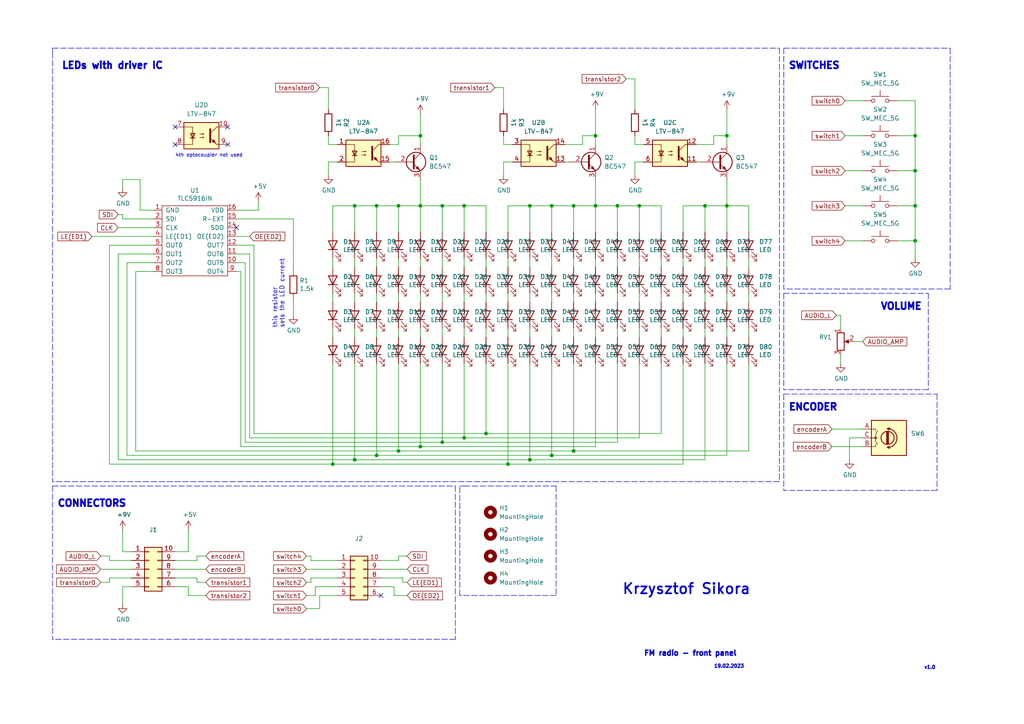
<source format=kicad_sch>
(kicad_sch (version 20211123) (generator eeschema)
  (paper "A4")
  (junction (at 147.32 134.62))
  (junction (at 166.37 59.69))
  (junction (at 96.52 134.62))
  (junction (at 265.43 49.53))
  (junction (at 210.82 39.37))
  (junction (at 109.22 59.69))
  (junction (at 109.22 132.08))
  (junction (at 160.02 59.69))
  (junction (at 121.92 129.54))
  (junction (at 115.57 130.81))
  (junction (at 134.62 59.69))
  (junction (at 210.82 59.69))
  (junction (at 115.57 59.69))
  (junction (at 153.67 133.35))
  (junction (at 160.02 132.08))
  (junction (at 172.72 59.69))
  (junction (at 128.27 59.69))
  (junction (at 179.07 59.69))
  (junction (at 128.27 128.27))
  (junction (at 172.72 39.37))
  (junction (at 265.43 59.69))
  (junction (at 102.87 59.69))
  (junction (at 166.37 130.81))
  (junction (at 204.47 59.69))
  (junction (at 265.43 39.37))
  (junction (at 265.43 69.85))
  (junction (at 153.67 59.69))
  (junction (at 140.97 125.73))
  (junction (at 121.92 59.69))
  (junction (at 102.87 133.35))
  (junction (at 121.92 39.37))
  (junction (at 185.42 59.69))
  (junction (at 134.62 127))
  (no_connect (at 50.8 36.83))
  (no_connect (at 66.04 36.83))
  (no_connect (at 50.8 41.91))
  (no_connect (at 66.04 41.91))
  (no_connect (at 110.49 172.72))
  (no_connect (at 68.58 66.04))
  (wire (pts (xy 181.61 22.86) (xy 184.15 22.86)))
  (polyline (pts (xy 133.35 140.97) (xy 134.62 140.97)))
  (wire (pts (xy 31.75 167.64) (xy 38.1 167.64)))
  (wire (pts (xy 92.71 172.72) (xy 97.79 172.72)))
  (wire (pts (xy 31.75 168.91) (xy 31.75 167.64)))
  (wire (pts (xy 57.15 168.91) (xy 57.15 167.64)))
  (wire (pts (xy 102.87 133.35) (xy 153.67 133.35)))
  (wire (pts (xy 198.12 59.69) (xy 204.47 59.69)))
  (wire (pts (xy 69.85 78.74) (xy 69.85 129.54)))
  (wire (pts (xy 96.52 95.25) (xy 96.52 97.79)))
  (wire (pts (xy 245.11 69.85) (xy 250.19 69.85)))
  (wire (pts (xy 44.45 71.12) (xy 31.75 71.12)))
  (wire (pts (xy 184.15 41.91) (xy 186.69 41.91)))
  (wire (pts (xy 73.66 125.73) (xy 140.97 125.73)))
  (wire (pts (xy 29.21 161.29) (xy 31.75 161.29)))
  (wire (pts (xy 35.56 63.5) (xy 44.45 63.5)))
  (wire (pts (xy 102.87 59.69) (xy 109.22 59.69)))
  (polyline (pts (xy 227.33 13.97) (xy 275.59 13.97)))
  (wire (pts (xy 95.25 46.99) (xy 95.25 50.8)))
  (wire (pts (xy 50.8 170.18) (xy 54.61 170.18)))
  (wire (pts (xy 88.9 176.53) (xy 92.71 176.53)))
  (wire (pts (xy 114.3 172.72) (xy 114.3 170.18)))
  (wire (pts (xy 147.32 59.69) (xy 147.32 67.31)))
  (wire (pts (xy 163.83 41.91) (xy 168.91 41.91)))
  (wire (pts (xy 50.8 165.1) (xy 59.69 165.1)))
  (wire (pts (xy 73.66 71.12) (xy 73.66 125.73)))
  (wire (pts (xy 166.37 67.31) (xy 166.37 59.69)))
  (polyline (pts (xy 132.08 185.42) (xy 15.24 185.42)))
  (wire (pts (xy 134.62 59.69) (xy 140.97 59.69)))
  (wire (pts (xy 115.57 130.81) (xy 166.37 130.81)))
  (polyline (pts (xy 226.06 13.97) (xy 226.06 139.7)))
  (wire (pts (xy 31.75 134.62) (xy 96.52 134.62)))
  (wire (pts (xy 96.52 59.69) (xy 102.87 59.69)))
  (polyline (pts (xy 15.24 13.97) (xy 226.06 13.97)))
  (wire (pts (xy 102.87 85.09) (xy 102.87 87.63)))
  (wire (pts (xy 210.82 39.37) (xy 210.82 41.91)))
  (wire (pts (xy 116.84 167.64) (xy 110.49 167.64)))
  (wire (pts (xy 121.92 129.54) (xy 172.72 129.54)))
  (wire (pts (xy 110.49 162.56) (xy 115.57 162.56)))
  (polyline (pts (xy 269.24 113.03) (xy 227.33 113.03)))
  (wire (pts (xy 115.57 85.09) (xy 115.57 87.63)))
  (wire (pts (xy 118.11 168.91) (xy 116.84 168.91)))
  (wire (pts (xy 143.51 25.4) (xy 146.05 25.4)))
  (wire (pts (xy 121.92 95.25) (xy 121.92 97.79)))
  (polyline (pts (xy 269.24 85.09) (xy 269.24 113.03)))
  (wire (pts (xy 148.59 46.99) (xy 146.05 46.99)))
  (wire (pts (xy 243.84 102.87) (xy 243.84 105.41)))
  (wire (pts (xy 207.01 39.37) (xy 210.82 39.37)))
  (wire (pts (xy 217.17 105.41) (xy 217.17 130.81)))
  (wire (pts (xy 204.47 95.25) (xy 204.47 97.79)))
  (wire (pts (xy 245.11 49.53) (xy 250.19 49.53)))
  (wire (pts (xy 44.45 76.2) (xy 36.83 76.2)))
  (wire (pts (xy 57.15 167.64) (xy 50.8 167.64)))
  (wire (pts (xy 160.02 95.25) (xy 160.02 97.79)))
  (wire (pts (xy 260.35 59.69) (xy 265.43 59.69)))
  (wire (pts (xy 90.17 161.29) (xy 88.9 161.29)))
  (polyline (pts (xy 227.33 85.09) (xy 227.33 113.03)))
  (wire (pts (xy 96.52 74.93) (xy 96.52 77.47)))
  (wire (pts (xy 96.52 85.09) (xy 96.52 87.63)))
  (polyline (pts (xy 227.33 13.97) (xy 227.33 83.82)))
  (wire (pts (xy 134.62 85.09) (xy 134.62 87.63)))
  (wire (pts (xy 210.82 67.31) (xy 210.82 59.69)))
  (wire (pts (xy 115.57 161.29) (xy 118.11 161.29)))
  (wire (pts (xy 207.01 41.91) (xy 207.01 39.37)))
  (wire (pts (xy 36.83 132.08) (xy 109.22 132.08)))
  (wire (pts (xy 74.93 58.42) (xy 74.93 60.96)))
  (wire (pts (xy 153.67 74.93) (xy 153.67 77.47)))
  (wire (pts (xy 44.45 66.04) (xy 34.29 66.04)))
  (wire (pts (xy 168.91 39.37) (xy 172.72 39.37)))
  (wire (pts (xy 184.15 39.37) (xy 184.15 41.91)))
  (wire (pts (xy 115.57 95.25) (xy 115.57 97.79)))
  (polyline (pts (xy 226.06 139.7) (xy 15.24 139.7)))
  (wire (pts (xy 146.05 46.99) (xy 146.05 50.8)))
  (polyline (pts (xy 227.33 85.09) (xy 269.24 85.09)))
  (wire (pts (xy 121.92 85.09) (xy 121.92 87.63)))
  (wire (pts (xy 204.47 67.31) (xy 204.47 59.69)))
  (wire (pts (xy 172.72 59.69) (xy 179.07 59.69)))
  (polyline (pts (xy 15.24 15.24) (xy 15.24 139.7)))
  (wire (pts (xy 185.42 59.69) (xy 191.77 59.69)))
  (wire (pts (xy 35.56 170.18) (xy 35.56 175.26)))
  (wire (pts (xy 38.1 162.56) (xy 31.75 162.56)))
  (wire (pts (xy 118.11 172.72) (xy 114.3 172.72)))
  (polyline (pts (xy 15.24 13.97) (xy 15.24 15.24)))
  (wire (pts (xy 184.15 46.99) (xy 184.15 50.8)))
  (wire (pts (xy 115.57 130.81) (xy 115.57 105.41)))
  (wire (pts (xy 134.62 127) (xy 134.62 105.41)))
  (wire (pts (xy 95.25 25.4) (xy 95.25 31.75)))
  (wire (pts (xy 72.39 73.66) (xy 72.39 127)))
  (wire (pts (xy 68.58 73.66) (xy 72.39 73.66)))
  (wire (pts (xy 38.1 170.18) (xy 35.56 170.18)))
  (wire (pts (xy 109.22 59.69) (xy 109.22 67.31)))
  (wire (pts (xy 245.11 29.21) (xy 250.19 29.21)))
  (polyline (pts (xy 134.62 140.97) (xy 161.29 140.97)))
  (wire (pts (xy 68.58 78.74) (xy 69.85 78.74)))
  (wire (pts (xy 39.37 78.74) (xy 39.37 130.81)))
  (wire (pts (xy 179.07 128.27) (xy 179.07 105.41)))
  (wire (pts (xy 140.97 125.73) (xy 140.97 105.41)))
  (wire (pts (xy 191.77 95.25) (xy 191.77 97.79)))
  (wire (pts (xy 29.21 165.1) (xy 38.1 165.1)))
  (wire (pts (xy 57.15 161.29) (xy 59.69 161.29)))
  (wire (pts (xy 50.8 162.56) (xy 57.15 162.56)))
  (wire (pts (xy 88.9 168.91) (xy 90.17 168.91)))
  (polyline (pts (xy 271.78 142.24) (xy 227.33 142.24)))
  (wire (pts (xy 54.61 160.02) (xy 54.61 153.67)))
  (wire (pts (xy 186.69 46.99) (xy 184.15 46.99)))
  (wire (pts (xy 179.07 59.69) (xy 179.07 67.31)))
  (wire (pts (xy 147.32 85.09) (xy 147.32 87.63)))
  (wire (pts (xy 260.35 29.21) (xy 265.43 29.21)))
  (wire (pts (xy 146.05 25.4) (xy 146.05 31.75)))
  (wire (pts (xy 265.43 69.85) (xy 265.43 74.93)))
  (wire (pts (xy 71.12 76.2) (xy 71.12 128.27)))
  (wire (pts (xy 35.56 62.23) (xy 35.56 63.5)))
  (polyline (pts (xy 15.24 140.97) (xy 132.08 140.97)))
  (wire (pts (xy 109.22 132.08) (xy 160.02 132.08)))
  (wire (pts (xy 57.15 162.56) (xy 57.15 161.29)))
  (wire (pts (xy 153.67 59.69) (xy 160.02 59.69)))
  (wire (pts (xy 265.43 49.53) (xy 265.43 59.69)))
  (wire (pts (xy 204.47 74.93) (xy 204.47 77.47)))
  (wire (pts (xy 95.25 41.91) (xy 97.79 41.91)))
  (wire (pts (xy 97.79 170.18) (xy 91.44 170.18)))
  (wire (pts (xy 172.72 129.54) (xy 172.72 105.41)))
  (wire (pts (xy 198.12 134.62) (xy 147.32 134.62)))
  (wire (pts (xy 184.15 22.86) (xy 184.15 31.75)))
  (wire (pts (xy 128.27 85.09) (xy 128.27 87.63)))
  (wire (pts (xy 109.22 95.25) (xy 109.22 97.79)))
  (wire (pts (xy 96.52 134.62) (xy 96.52 105.41)))
  (wire (pts (xy 96.52 134.62) (xy 147.32 134.62)))
  (wire (pts (xy 260.35 69.85) (xy 265.43 69.85)))
  (wire (pts (xy 109.22 132.08) (xy 109.22 105.41)))
  (wire (pts (xy 113.03 41.91) (xy 115.57 41.91)))
  (wire (pts (xy 153.67 85.09) (xy 153.67 87.63)))
  (wire (pts (xy 147.32 95.25) (xy 147.32 97.79)))
  (wire (pts (xy 201.93 46.99) (xy 203.2 46.99)))
  (wire (pts (xy 191.77 67.31) (xy 191.77 59.69)))
  (wire (pts (xy 109.22 74.93) (xy 109.22 77.47)))
  (wire (pts (xy 134.62 74.93) (xy 134.62 77.47)))
  (wire (pts (xy 201.93 41.91) (xy 207.01 41.91)))
  (wire (pts (xy 246.38 127) (xy 246.38 133.35)))
  (wire (pts (xy 241.3 124.46) (xy 250.19 124.46)))
  (wire (pts (xy 35.56 54.61) (xy 35.56 52.07)))
  (wire (pts (xy 153.67 95.25) (xy 153.67 97.79)))
  (wire (pts (xy 121.92 74.93) (xy 121.92 77.47)))
  (wire (pts (xy 97.79 46.99) (xy 95.25 46.99)))
  (wire (pts (xy 191.77 74.93) (xy 191.77 77.47)))
  (wire (pts (xy 247.65 99.06) (xy 250.19 99.06)))
  (wire (pts (xy 102.87 133.35) (xy 102.87 105.41)))
  (wire (pts (xy 115.57 39.37) (xy 121.92 39.37)))
  (wire (pts (xy 185.42 85.09) (xy 185.42 87.63)))
  (wire (pts (xy 204.47 59.69) (xy 210.82 59.69)))
  (wire (pts (xy 128.27 59.69) (xy 128.27 67.31)))
  (wire (pts (xy 140.97 74.93) (xy 140.97 77.47)))
  (wire (pts (xy 260.35 49.53) (xy 265.43 49.53)))
  (wire (pts (xy 265.43 39.37) (xy 265.43 49.53)))
  (wire (pts (xy 198.12 74.93) (xy 198.12 77.47)))
  (wire (pts (xy 72.39 68.58) (xy 68.58 68.58)))
  (wire (pts (xy 172.72 67.31) (xy 172.72 59.69)))
  (wire (pts (xy 241.3 129.54) (xy 250.19 129.54)))
  (wire (pts (xy 140.97 95.25) (xy 140.97 97.79)))
  (wire (pts (xy 242.57 91.44) (xy 243.84 91.44)))
  (wire (pts (xy 68.58 63.5) (xy 85.09 63.5)))
  (wire (pts (xy 102.87 74.93) (xy 102.87 77.47)))
  (wire (pts (xy 134.62 67.31) (xy 134.62 59.69)))
  (wire (pts (xy 172.72 74.93) (xy 172.72 77.47)))
  (wire (pts (xy 31.75 71.12) (xy 31.75 134.62)))
  (wire (pts (xy 85.09 86.36) (xy 85.09 91.44)))
  (wire (pts (xy 140.97 125.73) (xy 191.77 125.73)))
  (wire (pts (xy 92.71 25.4) (xy 95.25 25.4)))
  (wire (pts (xy 265.43 59.69) (xy 265.43 69.85)))
  (wire (pts (xy 166.37 74.93) (xy 166.37 77.47)))
  (polyline (pts (xy 161.29 172.72) (xy 133.35 172.72)))
  (wire (pts (xy 198.12 85.09) (xy 198.12 87.63)))
  (wire (pts (xy 210.82 85.09) (xy 210.82 87.63)))
  (wire (pts (xy 115.57 59.69) (xy 121.92 59.69)))
  (wire (pts (xy 166.37 59.69) (xy 172.72 59.69)))
  (wire (pts (xy 68.58 71.12) (xy 73.66 71.12)))
  (wire (pts (xy 69.85 129.54) (xy 121.92 129.54)))
  (wire (pts (xy 153.67 133.35) (xy 204.47 133.35)))
  (wire (pts (xy 160.02 132.08) (xy 210.82 132.08)))
  (wire (pts (xy 109.22 59.69) (xy 115.57 59.69)))
  (wire (pts (xy 210.82 132.08) (xy 210.82 105.41)))
  (wire (pts (xy 185.42 95.25) (xy 185.42 97.79)))
  (polyline (pts (xy 133.35 172.72) (xy 133.35 140.97)))
  (wire (pts (xy 179.07 74.93) (xy 179.07 77.47)))
  (wire (pts (xy 114.3 170.18) (xy 110.49 170.18)))
  (wire (pts (xy 121.92 59.69) (xy 121.92 67.31)))
  (polyline (pts (xy 227.33 114.3) (xy 227.33 142.24)))
  (wire (pts (xy 179.07 59.69) (xy 185.42 59.69)))
  (wire (pts (xy 40.64 52.07) (xy 40.64 60.96)))
  (wire (pts (xy 102.87 95.25) (xy 102.87 97.79)))
  (wire (pts (xy 166.37 95.25) (xy 166.37 97.79)))
  (wire (pts (xy 217.17 95.25) (xy 217.17 97.79)))
  (wire (pts (xy 210.82 31.75) (xy 210.82 39.37)))
  (wire (pts (xy 217.17 74.93) (xy 217.17 77.47)))
  (wire (pts (xy 121.92 129.54) (xy 121.92 105.41)))
  (wire (pts (xy 109.22 85.09) (xy 109.22 87.63)))
  (wire (pts (xy 210.82 95.25) (xy 210.82 97.79)))
  (wire (pts (xy 91.44 172.72) (xy 88.9 172.72)))
  (wire (pts (xy 74.93 60.96) (xy 68.58 60.96)))
  (wire (pts (xy 210.82 59.69) (xy 217.17 59.69)))
  (wire (pts (xy 92.71 176.53) (xy 92.71 172.72)))
  (wire (pts (xy 29.21 168.91) (xy 31.75 168.91)))
  (wire (pts (xy 260.35 39.37) (xy 265.43 39.37)))
  (wire (pts (xy 160.02 67.31) (xy 160.02 59.69)))
  (wire (pts (xy 160.02 132.08) (xy 160.02 105.41)))
  (wire (pts (xy 34.29 73.66) (xy 34.29 133.35)))
  (polyline (pts (xy 271.78 114.3) (xy 271.78 142.24)))
  (wire (pts (xy 128.27 128.27) (xy 128.27 105.41)))
  (wire (pts (xy 121.92 52.07) (xy 121.92 59.69)))
  (wire (pts (xy 95.25 39.37) (xy 95.25 41.91)))
  (wire (pts (xy 44.45 73.66) (xy 34.29 73.66)))
  (wire (pts (xy 217.17 59.69) (xy 217.17 67.31)))
  (polyline (pts (xy 15.24 140.97) (xy 15.24 185.42)))
  (wire (pts (xy 210.82 52.07) (xy 210.82 59.69)))
  (wire (pts (xy 160.02 59.69) (xy 166.37 59.69)))
  (wire (pts (xy 153.67 133.35) (xy 153.67 105.41)))
  (wire (pts (xy 40.64 60.96) (xy 44.45 60.96)))
  (wire (pts (xy 85.09 63.5) (xy 85.09 78.74)))
  (polyline (pts (xy 227.33 114.3) (xy 271.78 114.3)))
  (wire (pts (xy 217.17 85.09) (xy 217.17 87.63)))
  (wire (pts (xy 204.47 85.09) (xy 204.47 87.63)))
  (wire (pts (xy 250.19 127) (xy 246.38 127)))
  (wire (pts (xy 185.42 127) (xy 185.42 105.41)))
  (wire (pts (xy 204.47 133.35) (xy 204.47 105.41)))
  (wire (pts (xy 110.49 165.1) (xy 118.11 165.1)))
  (wire (pts (xy 245.11 59.69) (xy 250.19 59.69)))
  (wire (pts (xy 134.62 95.25) (xy 134.62 97.79)))
  (wire (pts (xy 121.92 59.69) (xy 128.27 59.69)))
  (wire (pts (xy 31.75 162.56) (xy 31.75 161.29)))
  (wire (pts (xy 172.72 95.25) (xy 172.72 97.79)))
  (wire (pts (xy 185.42 74.93) (xy 185.42 77.47)))
  (wire (pts (xy 128.27 59.69) (xy 134.62 59.69)))
  (wire (pts (xy 90.17 162.56) (xy 90.17 161.29)))
  (wire (pts (xy 146.05 39.37) (xy 146.05 41.91)))
  (wire (pts (xy 147.32 74.93) (xy 147.32 77.47)))
  (wire (pts (xy 90.17 168.91) (xy 90.17 167.64)))
  (wire (pts (xy 166.37 130.81) (xy 166.37 105.41)))
  (wire (pts (xy 102.87 59.69) (xy 102.87 67.31)))
  (wire (pts (xy 140.97 85.09) (xy 140.97 87.63)))
  (polyline (pts (xy 275.59 13.97) (xy 275.59 83.82)))
  (wire (pts (xy 88.9 165.1) (xy 97.79 165.1)))
  (wire (pts (xy 50.8 160.02) (xy 54.61 160.02)))
  (wire (pts (xy 34.29 133.35) (xy 102.87 133.35)))
  (wire (pts (xy 26.67 68.58) (xy 44.45 68.58)))
  (wire (pts (xy 134.62 127) (xy 185.42 127)))
  (wire (pts (xy 90.17 167.64) (xy 97.79 167.64)))
  (polyline (pts (xy 161.29 140.97) (xy 161.29 172.72)))
  (wire (pts (xy 115.57 162.56) (xy 115.57 161.29)))
  (wire (pts (xy 172.72 31.75) (xy 172.72 39.37)))
  (wire (pts (xy 113.03 46.99) (xy 114.3 46.99)))
  (polyline (pts (xy 132.08 140.97) (xy 132.08 185.42)))
  (wire (pts (xy 121.92 39.37) (xy 121.92 41.91)))
  (wire (pts (xy 168.91 41.91) (xy 168.91 39.37)))
  (wire (pts (xy 59.69 168.91) (xy 57.15 168.91)))
  (wire (pts (xy 115.57 74.93) (xy 115.57 77.47)))
  (wire (pts (xy 91.44 170.18) (xy 91.44 172.72)))
  (wire (pts (xy 146.05 41.91) (xy 148.59 41.91)))
  (wire (pts (xy 179.07 85.09) (xy 179.07 87.63)))
  (wire (pts (xy 39.37 130.81) (xy 115.57 130.81)))
  (wire (pts (xy 71.12 128.27) (xy 128.27 128.27)))
  (wire (pts (xy 35.56 160.02) (xy 38.1 160.02)))
  (wire (pts (xy 35.56 52.07) (xy 40.64 52.07)))
  (wire (pts (xy 265.43 29.21) (xy 265.43 39.37)))
  (wire (pts (xy 243.84 91.44) (xy 243.84 95.25)))
  (wire (pts (xy 172.72 85.09) (xy 172.72 87.63)))
  (wire (pts (xy 44.45 78.74) (xy 39.37 78.74)))
  (wire (pts (xy 35.56 153.67) (xy 35.56 160.02)))
  (wire (pts (xy 115.57 41.91) (xy 115.57 39.37)))
  (wire (pts (xy 34.29 62.23) (xy 35.56 62.23)))
  (wire (pts (xy 185.42 67.31) (xy 185.42 59.69)))
  (wire (pts (xy 160.02 85.09) (xy 160.02 87.63)))
  (wire (pts (xy 153.67 67.31) (xy 153.67 59.69)))
  (wire (pts (xy 128.27 95.25) (xy 128.27 97.79)))
  (wire (pts (xy 147.32 59.69) (xy 153.67 59.69)))
  (wire (pts (xy 198.12 105.41) (xy 198.12 134.62)))
  (wire (pts (xy 179.07 95.25) (xy 179.07 97.79)))
  (wire (pts (xy 147.32 134.62) (xy 147.32 105.41)))
  (wire (pts (xy 116.84 168.91) (xy 116.84 167.64)))
  (wire (pts (xy 54.61 170.18) (xy 54.61 172.72)))
  (wire (pts (xy 163.83 46.99) (xy 165.1 46.99)))
  (wire (pts (xy 191.77 85.09) (xy 191.77 87.63)))
  (wire (pts (xy 68.58 76.2) (xy 71.12 76.2)))
  (wire (pts (xy 115.57 67.31) (xy 115.57 59.69)))
  (wire (pts (xy 96.52 59.69) (xy 96.52 67.31)))
  (wire (pts (xy 36.83 76.2) (xy 36.83 132.08)))
  (wire (pts (xy 172.72 52.07) (xy 172.72 59.69)))
  (wire (pts (xy 121.92 33.02) (xy 121.92 39.37)))
  (polyline (pts (xy 275.59 83.82) (xy 227.33 83.82)))
  (wire (pts (xy 54.61 172.72) (xy 59.69 172.72)))
  (wire (pts (xy 72.39 127) (xy 134.62 127)))
  (wire (pts (xy 210.82 74.93) (xy 210.82 77.47)))
  (wire (pts (xy 198.12 95.25) (xy 198.12 97.79)))
  (wire (pts (xy 140.97 67.31) (xy 140.97 59.69)))
  (wire (pts (xy 191.77 125.73) (xy 191.77 105.41)))
  (wire (pts (xy 172.72 39.37) (xy 172.72 41.91)))
  (wire (pts (xy 97.79 162.56) (xy 90.17 162.56)))
  (wire (pts (xy 128.27 128.27) (xy 179.07 128.27)))
  (wire (pts (xy 198.12 67.31) (xy 198.12 59.69)))
  (wire (pts (xy 217.17 130.81) (xy 166.37 130.81)))
  (wire (pts (xy 128.27 74.93) (xy 128.27 77.47)))
  (wire (pts (xy 160.02 74.93) (xy 160.02 77.47)))
  (wire (pts (xy 245.11 39.37) (xy 250.19 39.37)))
  (wire (pts (xy 166.37 85.09) (xy 166.37 87.63)))
  (text "ENCODER\n" (at 228.6 119.38 0) (effects (font (size 2 2) (thickness 0.5) bold) (justify left bottom)))
  (text "this resistor\nsets the LED current" (at 82.55 95.25 90) (effects (font (size 1.27 1.27)) (justify left bottom)))
  (text "4th optocoupler not used" (at 50.8 45.72 0) (effects (font (size 1 1)) (justify left bottom)))
  (text "CONNECTORS" (at 16.51 147.32 0) (effects (font (size 2 2) (thickness 0.5) bold) (justify left bottom)))
  (text "FM radio - front panel \n" (at 186.69 190.5 0) (effects (font (size 1.5 1.5) (thickness 0.5) bold) (justify left bottom)))
  (text "Krzysztof Sikora\n" (at 180.34 172.72 0) (effects (font (size 3 3) (thickness 0.5) bold) (justify left bottom)))
  (text "VOLUME" (at 255.27 90.17 0) (effects (font (size 2 2) (thickness 0.5) bold) (justify left bottom)))
  (text "v1.0\n" (at 267.97 194.31 0) (effects (font (size 1 1) (thickness 0.5) bold) (justify left bottom)))
  (text "SWITCHES" (at 228.6 20.32 0) (effects (font (size 2 2) (thickness 0.5) bold) (justify left bottom)))
  (text "LEDs with driver IC\n" (at 17.78 20.32 0) (effects (font (size 2 2) (thickness 0.5) bold) (justify left bottom)))
  (text "19.02.2023\n\n" (at 207.01 195.58 0) (effects (font (size 1 1) (thickness 0.5) bold) (justify left bottom)))
  (global_label "switch3" (shape input) (at 245.11 59.69 180) (property "Intersheet References" "${INTERSHEET_REFS}" (effects hide)))
  (global_label "switch1" (shape input) (at 88.9 172.72 180) (property "Intersheet References" "${INTERSHEET_REFS}" (effects hide)))
  (global_label "AUDIO_AMP" (shape input) (at 29.21 165.1 180) (property "Intersheet References" "${INTERSHEET_REFS}" (effects hide)))
  (global_label "OE(ED2)" (shape input) (at 72.39 68.58 0) (property "Intersheet References" "${INTERSHEET_REFS}" (effects hide)))
  (global_label "encoderA" (shape input) (at 59.69 161.29 0) (property "Intersheet References" "${INTERSHEET_REFS}" (effects hide)))
  (global_label "switch1" (shape input) (at 245.11 39.37 180) (property "Intersheet References" "${INTERSHEET_REFS}" (effects hide)))
  (global_label "CLK" (shape input) (at 118.11 165.1 0) (property "Intersheet References" "${INTERSHEET_REFS}" (effects hide)))
  (global_label "switch2" (shape input) (at 245.11 49.53 180) (property "Intersheet References" "${INTERSHEET_REFS}" (effects hide)))
  (global_label "AUDIO_L" (shape input) (at 242.57 91.44 180) (property "Intersheet References" "${INTERSHEET_REFS}" (effects hide)))
  (global_label "transistor2" (shape input) (at 181.61 22.86 180) (property "Intersheet References" "${INTERSHEET_REFS}" (effects hide)))
  (global_label "transistor0" (shape input) (at 92.71 25.4 180) (property "Intersheet References" "${INTERSHEET_REFS}" (effects hide)))
  (global_label "encoderB" (shape input) (at 59.69 165.1 0) (property "Intersheet References" "${INTERSHEET_REFS}" (effects hide)))
  (global_label "AUDIO_L" (shape input) (at 29.21 161.29 180) (property "Intersheet References" "${INTERSHEET_REFS}" (effects hide)))
  (global_label "LE(ED1)" (shape input) (at 118.11 168.91 0) (property "Intersheet References" "${INTERSHEET_REFS}" (effects hide)))
  (global_label "encoderA" (shape input) (at 241.3 124.46 180) (property "Intersheet References" "${INTERSHEET_REFS}" (effects hide)))
  (global_label "LE(ED1)" (shape input) (at 26.67 68.58 180) (property "Intersheet References" "${INTERSHEET_REFS}" (effects hide)))
  (global_label "switch0" (shape input) (at 88.9 176.53 180) (property "Intersheet References" "${INTERSHEET_REFS}" (effects hide)))
  (global_label "switch4" (shape input) (at 88.9 161.29 180) (property "Intersheet References" "${INTERSHEET_REFS}" (effects hide)))
  (global_label "SDI" (shape input) (at 118.11 161.29 0) (property "Intersheet References" "${INTERSHEET_REFS}" (effects hide)))
  (global_label "SDI" (shape input) (at 34.29 62.23 180) (property "Intersheet References" "${INTERSHEET_REFS}" (effects hide)))
  (global_label "switch0" (shape input) (at 245.11 29.21 180) (property "Intersheet References" "${INTERSHEET_REFS}" (effects hide)))
  (global_label "AUDIO_AMP" (shape input) (at 250.19 99.06 0) (property "Intersheet References" "${INTERSHEET_REFS}" (effects hide)))
  (global_label "switch2" (shape input) (at 88.9 168.91 180) (property "Intersheet References" "${INTERSHEET_REFS}" (effects hide)))
  (global_label "CLK" (shape input) (at 34.29 66.04 180) (property "Intersheet References" "${INTERSHEET_REFS}" (effects hide)))
  (global_label "transistor1" (shape input) (at 143.51 25.4 180) (property "Intersheet References" "${INTERSHEET_REFS}" (effects hide)))
  (global_label "transistor1" (shape input) (at 59.69 168.91 0) (property "Intersheet References" "${INTERSHEET_REFS}" (effects hide)))
  (global_label "switch4" (shape input) (at 245.11 69.85 180) (property "Intersheet References" "${INTERSHEET_REFS}" (effects hide)))
  (global_label "OE(ED2)" (shape input) (at 118.11 172.72 0) (property "Intersheet References" "${INTERSHEET_REFS}" (effects hide)))
  (global_label "switch3" (shape input) (at 88.9 165.1 180) (property "Intersheet References" "${INTERSHEET_REFS}" (effects hide)))
  (global_label "encoderB" (shape input) (at 241.3 129.54 180) (property "Intersheet References" "${INTERSHEET_REFS}" (effects hide)))
  (global_label "transistor0" (shape input) (at 29.21 168.91 180) (property "Intersheet References" "${INTERSHEET_REFS}" (effects hide)))
  (global_label "transistor2" (shape input) (at 59.69 172.72 0) (property "Intersheet References" "${INTERSHEET_REFS}" (effects hide)))
  (symbol (lib_id "power:GND") (at 246.38 133.35 0) (unit 1)
    (property "Reference" "#PWR014" (effects hide))
    (property "Value" "GND" (at 246.507 137.7442 0))
  )
  (symbol (lib_id "Device:LED") (at 198.12 81.28 90) (unit 1)
    (property "Reference" "D66" (at 201.0918 80.2894 90) (effects (justify right)))
    (property "Value" "LED" (at 201.0918 82.6008 90) (effects (justify right)))
    (property "Footprint" "LED_THT:LED_D5.0mm" (effects hide))
  )
  (symbol (lib_id "Device:LED") (at 185.42 91.44 90) (unit 1)
    (property "Reference" "D59" (at 188.3918 90.4494 90) (effects (justify right)))
    (property "Value" "LED" (at 188.3918 92.7608 90) (effects (justify right)))
    (property "Footprint" "LED_THT:LED_D5.0mm" (effects hide))
  )
  (symbol (lib_id "Device:R") (at 146.05 35.56 180) (unit 1)
    (property "Reference" "R3" (at 151.3078 35.56 90))
    (property "Value" "1k" (at 148.9964 35.56 90))
    (property "Footprint" "Resistor_THT:R_Axial_DIN0207_L6.3mm_D2.5mm_P7.62mm_Horizontal" (effects hide))
  )
  (symbol (lib_id "Device:LED") (at 179.07 101.6 90) (unit 1)
    (property "Reference" "D56" (at 182.0418 100.6094 90) (effects (justify right)))
    (property "Value" "LED" (at 182.0418 102.9208 90) (effects (justify right)))
    (property "Footprint" "LED_THT:LED_D5.0mm" (effects hide))
  )
  (symbol (lib_id "Device:R_Potentiometer") (at 243.84 99.06 0) (unit 1)
    (property "Reference" "RV1" (at 241.3 97.7899 0) (effects (justify right)))
    (property "Value" "R_Potentiometer" (effects hide))
    (property "Footprint" "Rotary_Encoder:RotaryEncoder_Alps_EC11E-Switch_Vertical_H20mm" (effects hide))
  )
  (symbol (lib_id "Device:LED") (at 185.42 71.12 90) (unit 1)
    (property "Reference" "D57" (at 188.3918 70.1294 90) (effects (justify right)))
    (property "Value" "LED" (at 188.3918 72.4408 90) (effects (justify right)))
    (property "Footprint" "LED_THT:LED_D5.0mm" (effects hide))
  )
  (symbol (lib_id "Device:RotaryEncoder") (at 257.81 127 0) (unit 1)
    (property "Reference" "SW6" (at 264.16 125.7299 0) (effects (justify left)))
    (property "Value" "RotaryEncoder" (effects hide))
    (property "Footprint" "Potentiometer_THT:Potentiometer_Alps_RK09K_Single_Vertical" (effects hide))
  )
  (symbol (lib_id "power:+9V") (at 210.82 31.75 0) (unit 1)
    (property "Reference" "#PWR012" (effects hide))
    (property "Value" "+9V" (at 211.201 27.3558 0))
  )
  (symbol (lib_id "Device:LED") (at 172.72 81.28 90) (unit 1)
    (property "Reference" "D50" (at 175.6918 80.2894 90) (effects (justify right)))
    (property "Value" "LED" (at 175.6918 82.6008 90) (effects (justify right)))
    (property "Footprint" "LED_THT:LED_D5.0mm" (effects hide))
  )
  (symbol (lib_id "Device:LED") (at 166.37 101.6 90) (unit 1)
    (property "Reference" "D48" (at 169.3418 100.6094 90) (effects (justify right)))
    (property "Value" "LED" (at 169.3418 102.9208 90) (effects (justify right)))
    (property "Footprint" "LED_THT:LED_D5.0mm" (effects hide))
  )
  (symbol (lib_id "Device:LED") (at 121.92 81.28 90) (unit 1)
    (property "Reference" "D18" (at 124.8918 80.2894 90) (effects (justify right)))
    (property "Value" "LED" (at 124.8918 82.6008 90) (effects (justify right)))
    (property "Footprint" "LED_THT:LED_D5.0mm" (effects hide))
  )
  (symbol (lib_id "Device:LED") (at 166.37 71.12 90) (unit 1)
    (property "Reference" "D45" (at 169.3418 70.1294 90) (effects (justify right)))
    (property "Value" "LED" (at 169.3418 72.4408 90) (effects (justify right)))
    (property "Footprint" "LED_THT:LED_D5.0mm" (effects hide))
  )
  (symbol (lib_id "Device:LED") (at 115.57 91.44 90) (unit 1)
    (property "Reference" "D15" (at 118.5418 90.4494 90) (effects (justify right)))
    (property "Value" "LED" (at 118.5418 92.7608 90) (effects (justify right)))
    (property "Footprint" "LED_THT:LED_D5.0mm" (effects hide))
  )
  (symbol (lib_id "Device:LED") (at 153.67 71.12 90) (unit 1)
    (property "Reference" "D37" (at 156.6418 70.1294 90) (effects (justify right)))
    (property "Value" "LED" (at 156.6418 72.4408 90) (effects (justify right)))
    (property "Footprint" "LED_THT:LED_D5.0mm" (effects hide))
  )
  (symbol (lib_id "Device:LED") (at 191.77 71.12 90) (unit 1)
    (property "Reference" "D61" (at 194.7418 70.1294 90) (effects (justify right)))
    (property "Value" "LED" (at 194.7418 72.4408 90) (effects (justify right)))
    (property "Footprint" "LED_THT:LED_D5.0mm" (effects hide))
  )
  (symbol (lib_id "Device:LED") (at 109.22 101.6 90) (unit 1)
    (property "Reference" "D12" (at 112.1918 100.6094 90) (effects (justify right)))
    (property "Value" "LED" (at 112.1918 102.9208 90) (effects (justify right)))
    (property "Footprint" "LED_THT:LED_D5.0mm" (effects hide))
  )
  (symbol (lib_id "Device:LED") (at 147.32 81.28 90) (unit 1)
    (property "Reference" "D34" (at 150.2918 80.2894 90) (effects (justify right)))
    (property "Value" "LED" (at 150.2918 82.6008 90) (effects (justify right)))
    (property "Footprint" "LED_THT:LED_D5.0mm" (effects hide))
  )
  (symbol (lib_id "Device:LED") (at 96.52 91.44 90) (unit 1)
    (property "Reference" "D3" (at 99.4918 90.4494 90) (effects (justify right)))
    (property "Value" "LED" (at 99.4918 92.7608 90) (effects (justify right)))
    (property "Footprint" "LED_THT:LED_D5.0mm" (effects hide))
  )
  (symbol (lib_id "Device:LED") (at 115.57 81.28 90) (unit 1)
    (property "Reference" "D14" (at 118.5418 80.2894 90) (effects (justify right)))
    (property "Value" "LED" (at 118.5418 82.6008 90) (effects (justify right)))
    (property "Footprint" "LED_THT:LED_D5.0mm" (effects hide))
  )
  (symbol (lib_name "SW_MEC_5G_1") (lib_id "Switch:SW_MEC_5G") (at 255.27 29.21 0) (unit 1)
    (property "Reference" "SW1" (at 255.27 21.59 0))
    (property "Value" "SW_MEC_5G" (at 255.27 24.13 0))
    (property "Footprint" "Button_Switch_THT:SW_PUSH-12mm" (effects hide))
    (property "Datasheet" "http://www.apem.com/int/index.php?controller=attachment&id_attachment=488" (effects hide))
  )
  (symbol (lib_id "Device:LED") (at 134.62 81.28 90) (unit 1)
    (property "Reference" "D26" (at 137.5918 80.2894 90) (effects (justify right)))
    (property "Value" "LED" (at 137.5918 82.6008 90) (effects (justify right)))
    (property "Footprint" "LED_THT:LED_D5.0mm" (effects hide))
  )
  (symbol (lib_id "Device:LED") (at 204.47 91.44 90) (unit 1)
    (property "Reference" "D71" (at 207.4418 90.4494 90) (effects (justify right)))
    (property "Value" "LED" (at 207.4418 92.7608 90) (effects (justify right)))
    (property "Footprint" "LED_THT:LED_D5.0mm" (effects hide))
  )
  (symbol (lib_id "Device:LED") (at 204.47 71.12 90) (unit 1)
    (property "Reference" "D69" (at 207.4418 70.1294 90) (effects (justify right)))
    (property "Value" "LED" (at 207.4418 72.4408 90) (effects (justify right)))
    (property "Footprint" "LED_THT:LED_D5.0mm" (effects hide))
  )
  (symbol (lib_id "Device:LED") (at 153.67 101.6 90) (unit 1)
    (property "Reference" "D40" (at 156.6418 100.6094 90) (effects (justify right)))
    (property "Value" "LED" (at 156.6418 102.9208 90) (effects (justify right)))
    (property "Footprint" "LED_THT:LED_D5.0mm" (effects hide))
  )
  (symbol (lib_name "SW_MEC_5G_1") (lib_id "Switch:SW_MEC_5G") (at 255.27 59.69 0) (unit 1)
    (property "Reference" "SW4" (at 255.27 52.07 0))
    (property "Value" "SW_MEC_5G" (at 255.27 54.61 0))
    (property "Footprint" "Button_Switch_THT:SW_PUSH-12mm" (effects hide))
    (property "Datasheet" "http://www.apem.com/int/index.php?controller=attachment&id_attachment=488" (effects hide))
  )
  (symbol (lib_id "Device:LED") (at 128.27 71.12 90) (unit 1)
    (property "Reference" "D21" (at 131.2418 70.1294 90) (effects (justify right)))
    (property "Value" "LED" (at 131.2418 72.4408 90) (effects (justify right)))
    (property "Footprint" "LED_THT:LED_D5.0mm" (effects hide))
  )
  (symbol (lib_id "Device:R") (at 85.09 82.55 0) (unit 1)
    (property "Reference" "R1" (at 86.868 81.3816 0) (effects (justify left)))
    (property "Value" "1.5k" (at 86.868 83.693 0) (effects (justify left)))
    (property "Footprint" "Resistor_THT:R_Axial_DIN0207_L6.3mm_D2.5mm_P7.62mm_Horizontal" (effects hide))
  )
  (symbol (lib_id "Device:LED") (at 217.17 81.28 90) (unit 1)
    (property "Reference" "D78" (at 220.1418 80.2894 90) (effects (justify right)))
    (property "Value" "LED" (at 220.1418 82.6008 90) (effects (justify right)))
    (property "Footprint" "LED_THT:LED_D5.0mm" (effects hide))
  )
  (symbol (lib_id "tea5767:TLC5916IN") (at 55.88 69.85 0) (unit 1)
    (property "Reference" "U1" (at 56.515 55.245 0))
    (property "Value" "TLC5916IN" (at 56.515 57.5564 0))
    (property "Footprint" "Package_DIP:DIP-16_W7.62mm" (effects hide))
  )
  (symbol (lib_id "Device:LED") (at 217.17 71.12 90) (unit 1)
    (property "Reference" "D77" (at 220.1418 70.1294 90) (effects (justify right)))
    (property "Value" "LED" (at 220.1418 72.4408 90) (effects (justify right)))
    (property "Footprint" "LED_THT:LED_D5.0mm" (effects hide))
  )
  (symbol (lib_id "Device:LED") (at 128.27 91.44 90) (unit 1)
    (property "Reference" "D23" (at 131.2418 90.4494 90) (effects (justify right)))
    (property "Value" "LED" (at 131.2418 92.7608 90) (effects (justify right)))
    (property "Footprint" "LED_THT:LED_D5.0mm" (effects hide))
  )
  (symbol (lib_id "Device:LED") (at 185.42 81.28 90) (unit 1)
    (property "Reference" "D58" (at 188.3918 80.2894 90) (effects (justify right)))
    (property "Value" "LED" (at 188.3918 82.6008 90) (effects (justify right)))
    (property "Footprint" "LED_THT:LED_D5.0mm" (effects hide))
  )
  (symbol (lib_name "SW_MEC_5G_1") (lib_id "Switch:SW_MEC_5G") (at 255.27 49.53 0) (unit 1)
    (property "Reference" "SW3" (at 255.27 41.91 0))
    (property "Value" "SW_MEC_5G" (at 255.27 44.45 0))
    (property "Footprint" "Button_Switch_THT:SW_PUSH-12mm" (effects hide))
    (property "Datasheet" "http://www.apem.com/int/index.php?controller=attachment&id_attachment=488" (effects hide))
  )
  (symbol (lib_id "Device:LED") (at 147.32 71.12 90) (unit 1)
    (property "Reference" "D33" (at 150.2918 70.1294 90) (effects (justify right)))
    (property "Value" "LED" (at 150.2918 72.4408 90) (effects (justify right)))
    (property "Footprint" "LED_THT:LED_D5.0mm" (effects hide))
  )
  (symbol (lib_id "Device:LED") (at 191.77 91.44 90) (unit 1)
    (property "Reference" "D63" (at 194.7418 90.4494 90) (effects (justify right)))
    (property "Value" "LED" (at 194.7418 92.7608 90) (effects (justify right)))
    (property "Footprint" "LED_THT:LED_D5.0mm" (effects hide))
  )
  (symbol (lib_id "Device:LED") (at 204.47 101.6 90) (unit 1)
    (property "Reference" "D72" (at 207.4418 100.6094 90) (effects (justify right)))
    (property "Value" "LED" (at 207.4418 102.9208 90) (effects (justify right)))
    (property "Footprint" "LED_THT:LED_D5.0mm" (effects hide))
  )
  (symbol (lib_id "Device:LED") (at 185.42 101.6 90) (unit 1)
    (property "Reference" "D60" (at 188.3918 100.6094 90) (effects (justify right)))
    (property "Value" "LED" (at 188.3918 102.9208 90) (effects (justify right)))
    (property "Footprint" "LED_THT:LED_D5.0mm" (effects hide))
  )
  (symbol (lib_id "Isolator:LTV-847") (at 105.41 44.45 0) (unit 1)
    (property "Reference" "U2" (at 105.41 35.56 0))
    (property "Value" "LTV-847" (at 105.41 38.1 0))
    (property "Footprint" "Package_DIP:DIP-16_W7.62mm" (effects hide))
    (property "Datasheet" "http://optoelectronics.liteon.com/upload/download/DS-70-96-0016/LTV-8X7%20series.PDF" (effects hide))
  )
  (symbol (lib_id "Device:LED") (at 179.07 91.44 90) (unit 1)
    (property "Reference" "D55" (at 182.0418 90.4494 90) (effects (justify right)))
    (property "Value" "LED" (at 182.0418 92.7608 90) (effects (justify right)))
    (property "Footprint" "LED_THT:LED_D5.0mm" (effects hide))
  )
  (symbol (lib_id "power:GND") (at 184.15 50.8 0) (unit 1)
    (property "Reference" "#PWR011" (effects hide))
    (property "Value" "GND" (at 184.277 55.1942 0))
  )
  (symbol (lib_id "power:+5V") (at 54.61 153.67 0) (unit 1)
    (property "Reference" "#PWR04" (effects hide))
    (property "Value" "+5V" (at 54.991 149.2758 0))
  )
  (symbol (lib_id "Device:LED") (at 160.02 81.28 90) (unit 1)
    (property "Reference" "D42" (at 162.9918 80.2894 90) (effects (justify right)))
    (property "Value" "LED" (at 162.9918 82.6008 90) (effects (justify right)))
    (property "Footprint" "LED_THT:LED_D5.0mm" (effects hide))
  )
  (symbol (lib_id "Mechanical:MountingHole") (at 142.24 167.64 0) (unit 1)
    (property "Reference" "H4" (at 144.78 166.3699 0) (effects (justify left)))
    (property "Value" "MountingHole" (at 144.78 168.9099 0) (effects (justify left)))
    (property "Footprint" "MountingHole:MountingHole_3.2mm_M3" (effects hide))
  )
  (symbol (lib_id "Device:LED") (at 96.52 101.6 90) (unit 1)
    (property "Reference" "D4" (at 99.4918 100.6094 90) (effects (justify right)))
    (property "Value" "LED" (at 99.4918 102.9208 90) (effects (justify right)))
    (property "Footprint" "LED_THT:LED_D5.0mm" (effects hide))
  )
  (symbol (lib_id "Device:LED") (at 217.17 101.6 90) (unit 1)
    (property "Reference" "D80" (at 220.1418 100.6094 90) (effects (justify right)))
    (property "Value" "LED" (at 220.1418 102.9208 90) (effects (justify right)))
    (property "Footprint" "LED_THT:LED_D5.0mm" (effects hide))
  )
  (symbol (lib_id "power:+9V") (at 121.92 33.02 0) (unit 1)
    (property "Reference" "#PWR08" (effects hide))
    (property "Value" "+9V" (at 122.301 28.6258 0))
  )
  (symbol (lib_id "Device:LED") (at 160.02 101.6 90) (unit 1)
    (property "Reference" "D44" (at 162.9918 100.6094 90) (effects (justify right)))
    (property "Value" "LED" (at 162.9918 102.9208 90) (effects (justify right)))
    (property "Footprint" "LED_THT:LED_D5.0mm" (effects hide))
  )
  (symbol (lib_id "Device:LED") (at 198.12 91.44 90) (unit 1)
    (property "Reference" "D67" (at 201.0918 90.4494 90) (effects (justify right)))
    (property "Value" "LED" (at 201.0918 92.7608 90) (effects (justify right)))
    (property "Footprint" "LED_THT:LED_D5.0mm" (effects hide))
  )
  (symbol (lib_id "Device:LED") (at 134.62 91.44 90) (unit 1)
    (property "Reference" "D27" (at 137.5918 90.4494 90) (effects (justify right)))
    (property "Value" "LED" (at 137.5918 92.7608 90) (effects (justify right)))
    (property "Footprint" "LED_THT:LED_D5.0mm" (effects hide))
  )
  (symbol (lib_name "SW_MEC_5G_1") (lib_id "Switch:SW_MEC_5G") (at 255.27 39.37 0) (unit 1)
    (property "Reference" "SW2" (at 255.27 31.75 0))
    (property "Value" "SW_MEC_5G" (at 255.27 34.29 0))
    (property "Footprint" "Button_Switch_THT:SW_PUSH-12mm" (effects hide))
    (property "Datasheet" "http://www.apem.com/int/index.php?controller=attachment&id_attachment=488" (effects hide))
  )
  (symbol (lib_id "Device:LED") (at 179.07 71.12 90) (unit 1)
    (property "Reference" "D53" (at 182.0418 70.1294 90) (effects (justify right)))
    (property "Value" "LED" (at 182.0418 72.4408 90) (effects (justify right)))
    (property "Footprint" "LED_THT:LED_D5.0mm" (effects hide))
  )
  (symbol (lib_id "Device:LED") (at 210.82 91.44 90) (unit 1)
    (property "Reference" "D75" (at 213.7918 90.4494 90) (effects (justify right)))
    (property "Value" "LED" (at 213.7918 92.7608 90) (effects (justify right)))
    (property "Footprint" "LED_THT:LED_D5.0mm" (effects hide))
  )
  (symbol (lib_id "Device:LED") (at 179.07 81.28 90) (unit 1)
    (property "Reference" "D54" (at 182.0418 80.2894 90) (effects (justify right)))
    (property "Value" "LED" (at 182.0418 82.6008 90) (effects (justify right)))
    (property "Footprint" "LED_THT:LED_D5.0mm" (effects hide))
  )
  (symbol (lib_id "Device:LED") (at 102.87 81.28 90) (unit 1)
    (property "Reference" "D6" (at 105.8418 80.2894 90) (effects (justify right)))
    (property "Value" "LED" (at 105.8418 82.6008 90) (effects (justify right)))
    (property "Footprint" "LED_THT:LED_D5.0mm" (effects hide))
  )
  (symbol (lib_id "Device:LED") (at 153.67 81.28 90) (unit 1)
    (property "Reference" "D38" (at 156.6418 80.2894 90) (effects (justify right)))
    (property "Value" "LED" (at 156.6418 82.6008 90) (effects (justify right)))
    (property "Footprint" "LED_THT:LED_D5.0mm" (effects hide))
  )
  (symbol (lib_id "Device:LED") (at 198.12 71.12 90) (unit 1)
    (property "Reference" "D65" (at 201.0918 70.1294 90) (effects (justify right)))
    (property "Value" "LED" (at 201.0918 72.4408 90) (effects (justify right)))
    (property "Footprint" "LED_THT:LED_D5.0mm" (effects hide))
  )
  (symbol (lib_id "Device:LED") (at 121.92 91.44 90) (unit 1)
    (property "Reference" "D19" (at 124.8918 90.4494 90) (effects (justify right)))
    (property "Value" "LED" (at 124.8918 92.7608 90) (effects (justify right)))
    (property "Footprint" "LED_THT:LED_D5.0mm" (effects hide))
  )
  (symbol (lib_id "Device:LED") (at 102.87 91.44 90) (unit 1)
    (property "Reference" "D7" (at 105.8418 90.4494 90) (effects (justify right)))
    (property "Value" "LED" (at 105.8418 92.7608 90) (effects (justify right)))
    (property "Footprint" "LED_THT:LED_D5.0mm" (effects hide))
  )
  (symbol (lib_id "Device:LED") (at 147.32 101.6 90) (unit 1)
    (property "Reference" "D36" (at 150.2918 100.6094 90) (effects (justify right)))
    (property "Value" "LED" (at 150.2918 102.9208 90) (effects (justify right)))
    (property "Footprint" "LED_THT:LED_D5.0mm" (effects hide))
  )
  (symbol (lib_id "Device:LED") (at 210.82 101.6 90) (unit 1)
    (property "Reference" "D76" (at 213.7918 100.6094 90) (effects (justify right)))
    (property "Value" "LED" (at 213.7918 102.9208 90) (effects (justify right)))
    (property "Footprint" "LED_THT:LED_D5.0mm" (effects hide))
  )
  (symbol (lib_id "Device:LED") (at 115.57 71.12 90) (unit 1)
    (property "Reference" "D13" (at 118.5418 70.1294 90) (effects (justify right)))
    (property "Value" "LED" (at 118.5418 72.4408 90) (effects (justify right)))
    (property "Footprint" "LED_THT:LED_D5.0mm" (effects hide))
  )
  (symbol (lib_id "Connector_Generic:Conn_02x05_Counter_Clockwise") (at 102.87 167.64 0) (unit 1)
    (property "Reference" "J2" (at 104.14 156.21 0))
    (property "Value" "Conn_02x05_Counter_Clockwise" (effects hide))
    (property "Footprint" "Connector_IDC:IDC-Header_2x05_P2.54mm_Vertical" (effects hide))
  )
  (symbol (lib_id "power:GND") (at 85.09 91.44 0) (unit 1)
    (property "Reference" "#PWR06" (effects hide))
    (property "Value" "GND" (at 85.217 95.8342 0))
  )
  (symbol (lib_id "Device:LED") (at 109.22 81.28 90) (unit 1)
    (property "Reference" "D10" (at 112.1918 80.2894 90) (effects (justify right)))
    (property "Value" "LED" (at 112.1918 82.6008 90) (effects (justify right)))
    (property "Footprint" "LED_THT:LED_D5.0mm" (effects hide))
  )
  (symbol (lib_id "Device:LED") (at 217.17 91.44 90) (unit 1)
    (property "Reference" "D79" (at 220.1418 90.4494 90) (effects (justify right)))
    (property "Value" "LED" (at 220.1418 92.7608 90) (effects (justify right)))
    (property "Footprint" "LED_THT:LED_D5.0mm" (effects hide))
  )
  (symbol (lib_id "Device:R") (at 95.25 35.56 180) (unit 1)
    (property "Reference" "R2" (at 100.5078 35.56 90))
    (property "Value" "1k" (at 98.1964 35.56 90))
    (property "Footprint" "Resistor_THT:R_Axial_DIN0207_L6.3mm_D2.5mm_P7.62mm_Horizontal" (effects hide))
  )
  (symbol (lib_id "Device:LED") (at 204.47 81.28 90) (unit 1)
    (property "Reference" "D70" (at 207.4418 80.2894 90) (effects (justify right)))
    (property "Value" "LED" (at 207.4418 82.6008 90) (effects (justify right)))
    (property "Footprint" "LED_THT:LED_D5.0mm" (effects hide))
  )
  (symbol (lib_id "Device:LED") (at 160.02 71.12 90) (unit 1)
    (property "Reference" "D41" (at 162.9918 70.1294 90) (effects (justify right)))
    (property "Value" "LED" (at 162.9918 72.4408 90) (effects (justify right)))
    (property "Footprint" "LED_THT:LED_D5.0mm" (effects hide))
  )
  (symbol (lib_id "Device:LED") (at 153.67 91.44 90) (unit 1)
    (property "Reference" "D39" (at 156.6418 90.4494 90) (effects (justify right)))
    (property "Value" "LED" (at 156.6418 92.7608 90) (effects (justify right)))
    (property "Footprint" "LED_THT:LED_D5.0mm" (effects hide))
  )
  (symbol (lib_id "Transistor_BJT:BC547") (at 119.38 46.99 0) (unit 1)
    (property "Reference" "Q1" (at 124.46 45.7199 0) (effects (justify left)))
    (property "Value" "BC547" (at 124.46 48.2599 0) (effects (justify left)))
    (property "Footprint" "Package_TO_SOT_THT:TO-92_Inline" (effects hide))
    (property "Datasheet" "https://www.onsemi.com/pub/Collateral/BC550-D.pdf" (effects hide))
  )
  (symbol (lib_id "Device:LED") (at 191.77 81.28 90) (unit 1)
    (property "Reference" "D62" (at 194.7418 80.2894 90) (effects (justify right)))
    (property "Value" "LED" (at 194.7418 82.6008 90) (effects (justify right)))
    (property "Footprint" "LED_THT:LED_D5.0mm" (effects hide))
  )
  (symbol (lib_id "Device:LED") (at 134.62 101.6 90) (unit 1)
    (property "Reference" "D28" (at 137.5918 100.6094 90) (effects (justify right)))
    (property "Value" "LED" (at 137.5918 102.9208 90) (effects (justify right)))
    (property "Footprint" "LED_THT:LED_D5.0mm" (effects hide))
  )
  (symbol (lib_id "Device:LED") (at 147.32 91.44 90) (unit 1)
    (property "Reference" "D35" (at 150.2918 90.4494 90) (effects (justify right)))
    (property "Value" "LED" (at 150.2918 92.7608 90) (effects (justify right)))
    (property "Footprint" "LED_THT:LED_D5.0mm" (effects hide))
  )
  (symbol (lib_id "Device:LED") (at 160.02 91.44 90) (unit 1)
    (property "Reference" "D43" (at 162.9918 90.4494 90) (effects (justify right)))
    (property "Value" "LED" (at 162.9918 92.7608 90) (effects (justify right)))
    (property "Footprint" "LED_THT:LED_D5.0mm" (effects hide))
  )
  (symbol (lib_id "Device:LED") (at 102.87 101.6 90) (unit 1)
    (property "Reference" "D8" (at 105.8418 100.6094 90) (effects (justify right)))
    (property "Value" "LED" (at 105.8418 102.9208 90) (effects (justify right)))
    (property "Footprint" "LED_THT:LED_D5.0mm" (effects hide))
  )
  (symbol (lib_id "Device:LED") (at 210.82 81.28 90) (unit 1)
    (property "Reference" "D74" (at 213.7918 80.2894 90) (effects (justify right)))
    (property "Value" "LED" (at 213.7918 82.6008 90) (effects (justify right)))
    (property "Footprint" "LED_THT:LED_D5.0mm" (effects hide))
  )
  (symbol (lib_id "power:GND") (at 95.25 50.8 0) (unit 1)
    (property "Reference" "#PWR07" (effects hide))
    (property "Value" "GND" (at 95.377 55.1942 0))
  )
  (symbol (lib_id "Device:LED") (at 140.97 101.6 90) (unit 1)
    (property "Reference" "D32" (at 143.9418 100.6094 90) (effects (justify right)))
    (property "Value" "LED" (at 143.9418 102.9208 90) (effects (justify right)))
    (property "Footprint" "LED_THT:LED_D5.0mm" (effects hide))
  )
  (symbol (lib_id "Device:LED") (at 166.37 81.28 90) (unit 1)
    (property "Reference" "D46" (at 169.3418 80.2894 90) (effects (justify right)))
    (property "Value" "LED" (at 169.3418 82.6008 90) (effects (justify right)))
    (property "Footprint" "LED_THT:LED_D5.0mm" (effects hide))
  )
  (symbol (lib_id "Device:R") (at 184.15 35.56 180) (unit 1)
    (property "Reference" "R4" (at 189.4078 35.56 90))
    (property "Value" "1k" (at 187.0964 35.56 90))
    (property "Footprint" "Resistor_THT:R_Axial_DIN0207_L6.3mm_D2.5mm_P7.62mm_Horizontal" (effects hide))
  )
  (symbol (lib_id "Isolator:LTV-847") (at 194.31 44.45 0) (unit 3)
    (property "Reference" "U2" (at 194.31 35.56 0))
    (property "Value" "LTV-847" (at 194.31 38.1 0))
    (property "Footprint" "Package_DIP:DIP-16_W7.62mm" (effects hide))
    (property "Datasheet" "http://optoelectronics.liteon.com/upload/download/DS-70-96-0016/LTV-8X7%20series.PDF" (effects hide))
  )
  (symbol (lib_id "Device:LED") (at 102.87 71.12 90) (unit 1)
    (property "Reference" "D5" (at 105.8418 70.1294 90) (effects (justify right)))
    (property "Value" "LED" (at 105.8418 72.4408 90) (effects (justify right)))
    (property "Footprint" "LED_THT:LED_D5.0mm" (effects hide))
  )
  (symbol (lib_id "power:GND") (at 265.43 74.93 0) (unit 1)
    (property "Reference" "#PWR015" (effects hide))
    (property "Value" "GND" (at 265.557 79.3242 0))
  )
  (symbol (lib_id "Device:LED") (at 198.12 101.6 90) (unit 1)
    (property "Reference" "D68" (at 201.0918 100.6094 90) (effects (justify right)))
    (property "Value" "LED" (at 201.0918 102.9208 90) (effects (justify right)))
    (property "Footprint" "LED_THT:LED_D5.0mm" (effects hide))
  )
  (symbol (lib_id "Device:LED") (at 128.27 81.28 90) (unit 1)
    (property "Reference" "D22" (at 131.2418 80.2894 90) (effects (justify right)))
    (property "Value" "LED" (at 131.2418 82.6008 90) (effects (justify right)))
    (property "Footprint" "LED_THT:LED_D5.0mm" (effects hide))
  )
  (symbol (lib_id "Isolator:LTV-847") (at 156.21 44.45 0) (unit 2)
    (property "Reference" "U2" (at 156.21 35.56 0))
    (property "Value" "LTV-847" (at 156.21 38.1 0))
    (property "Footprint" "Package_DIP:DIP-16_W7.62mm" (effects hide))
    (property "Datasheet" "http://optoelectronics.liteon.com/upload/download/DS-70-96-0016/LTV-8X7%20series.PDF" (effects hide))
  )
  (symbol (lib_id "Device:LED") (at 166.37 91.44 90) (unit 1)
    (property "Reference" "D47" (at 169.3418 90.4494 90) (effects (justify right)))
    (property "Value" "LED" (at 169.3418 92.7608 90) (effects (justify right)))
    (property "Footprint" "LED_THT:LED_D5.0mm" (effects hide))
  )
  (symbol (lib_id "power:GND") (at 243.84 105.41 0) (unit 1)
    (property "Reference" "#PWR013" (effects hide))
    (property "Value" "GND" (at 243.967 109.8042 0))
  )
  (symbol (lib_id "Device:LED") (at 172.72 101.6 90) (unit 1)
    (property "Reference" "D52" (at 175.6918 100.6094 90) (effects (justify right)))
    (property "Value" "LED" (at 175.6918 102.9208 90) (effects (justify right)))
    (property "Footprint" "LED_THT:LED_D5.0mm" (effects hide))
  )
  (symbol (lib_id "Device:LED") (at 140.97 71.12 90) (unit 1)
    (property "Reference" "D29" (at 143.9418 70.1294 90) (effects (justify right)))
    (property "Value" "LED" (at 143.9418 72.4408 90) (effects (justify right)))
    (property "Footprint" "LED_THT:LED_D5.0mm" (effects hide))
  )
  (symbol (lib_id "Device:LED") (at 109.22 91.44 90) (unit 1)
    (property "Reference" "D11" (at 112.1918 90.4494 90) (effects (justify right)))
    (property "Value" "LED" (at 112.1918 92.7608 90) (effects (justify right)))
    (property "Footprint" "LED_THT:LED_D5.0mm" (effects hide))
  )
  (symbol (lib_id "Mechanical:MountingHole") (at 142.24 154.94 0) (unit 1)
    (property "Reference" "H2" (at 144.78 153.6699 0) (effects (justify left)))
    (property "Value" "MountingHole" (at 144.78 156.2099 0) (effects (justify left)))
    (property "Footprint" "MountingHole:MountingHole_3.2mm_M3" (effects hide))
  )
  (symbol (lib_id "power:GND") (at 35.56 175.26 0) (unit 1)
    (property "Reference" "#PWR03" (effects hide))
    (property "Value" "GND" (at 35.687 179.6542 0))
  )
  (symbol (lib_id "Mechanical:MountingHole") (at 142.24 161.29 0) (unit 1)
    (property "Reference" "H3" (at 144.78 160.0199 0) (effects (justify left)))
    (property "Value" "MountingHole" (at 144.78 162.5599 0) (effects (justify left)))
    (property "Footprint" "MountingHole:MountingHole_3.2mm_M3" (effects hide))
  )
  (symbol (lib_id "Device:LED") (at 96.52 81.28 90) (unit 1)
    (property "Reference" "D2" (at 99.4918 80.2894 90) (effects (justify right)))
    (property "Value" "LED" (at 99.4918 82.6008 90) (effects (justify right)))
    (property "Footprint" "LED_THT:LED_D5.0mm" (effects hide))
  )
  (symbol (lib_id "Device:LED") (at 109.22 71.12 90) (unit 1)
    (property "Reference" "D9" (at 112.1918 70.1294 90) (effects (justify right)))
    (property "Value" "LED" (at 112.1918 72.4408 90) (effects (justify right)))
    (property "Footprint" "LED_THT:LED_D5.0mm" (effects hide))
  )
  (symbol (lib_id "power:+5V") (at 74.93 58.42 0) (unit 1)
    (property "Reference" "#PWR05" (effects hide))
    (property "Value" "+5V" (at 75.311 54.0258 0))
  )
  (symbol (lib_id "Transistor_BJT:BC547") (at 170.18 46.99 0) (unit 1)
    (property "Reference" "Q2" (at 175.26 45.7199 0) (effects (justify left)))
    (property "Value" "BC547" (at 175.26 48.2599 0) (effects (justify left)))
    (property "Footprint" "Package_TO_SOT_THT:TO-92_Inline" (effects hide))
    (property "Datasheet" "https://www.onsemi.com/pub/Collateral/BC550-D.pdf" (effects hide))
  )
  (symbol (lib_id "Connector_Generic:Conn_02x05_Counter_Clockwise") (at 43.18 165.1 0) (unit 1)
    (property "Reference" "J1" (at 44.45 153.67 0))
    (property "Value" "Conn_02x05_Counter_Clockwise" (effects hide))
    (property "Footprint" "Connector_IDC:IDC-Header_2x05_P2.54mm_Vertical" (effects hide))
  )
  (symbol (lib_id "power:GND") (at 35.56 54.61 0) (unit 1)
    (property "Reference" "#PWR01" (effects hide))
    (property "Value" "GND" (at 35.687 59.0042 0))
  )
  (symbol (lib_id "Device:LED") (at 96.52 71.12 90) (unit 1)
    (property "Reference" "D1" (at 99.4918 70.1294 90) (effects (justify right)))
    (property "Value" "LED" (at 99.4918 72.4408 90) (effects (justify right)))
    (property "Footprint" "LED_THT:LED_D5.0mm" (effects hide))
  )
  (symbol (lib_id "Device:LED") (at 121.92 101.6 90) (unit 1)
    (property "Reference" "D20" (at 124.8918 100.6094 90) (effects (justify right)))
    (property "Value" "LED" (at 124.8918 102.9208 90) (effects (justify right)))
    (property "Footprint" "LED_THT:LED_D5.0mm" (effects hide))
  )
  (symbol (lib_id "Device:LED") (at 191.77 101.6 90) (unit 1)
    (property "Reference" "D64" (at 194.7418 100.6094 90) (effects (justify right)))
    (property "Value" "LED" (at 194.7418 102.9208 90) (effects (justify right)))
    (property "Footprint" "LED_THT:LED_D5.0mm" (effects hide))
  )
  (symbol (lib_id "Transistor_BJT:BC547") (at 208.28 46.99 0) (unit 1)
    (property "Reference" "Q3" (at 213.36 45.7199 0) (effects (justify left)))
    (property "Value" "BC547" (at 213.36 48.2599 0) (effects (justify left)))
    (property "Footprint" "Package_TO_SOT_THT:TO-92_Inline" (effects hide))
    (property "Datasheet" "https://www.onsemi.com/pub/Collateral/BC550-D.pdf" (effects hide))
  )
  (symbol (lib_id "Device:LED") (at 134.62 71.12 90) (unit 1)
    (property "Reference" "D25" (at 137.5918 70.1294 90) (effects (justify right)))
    (property "Value" "LED" (at 137.5918 72.4408 90) (effects (justify right)))
    (property "Footprint" "LED_THT:LED_D5.0mm" (effects hide))
  )
  (symbol (lib_name "SW_MEC_5G_1") (lib_id "Switch:SW_MEC_5G") (at 255.27 69.85 0) (unit 1)
    (property "Reference" "SW5" (at 255.27 62.23 0))
    (property "Value" "SW_MEC_5G" (at 255.27 64.77 0))
    (property "Footprint" "Button_Switch_THT:SW_PUSH-12mm" (effects hide))
    (property "Datasheet" "http://www.apem.com/int/index.php?controller=attachment&id_attachment=488" (effects hide))
  )
  (symbol (lib_id "Device:LED") (at 140.97 91.44 90) (unit 1)
    (property "Reference" "D31" (at 143.9418 90.4494 90) (effects (justify right)))
    (property "Value" "LED" (at 143.9418 92.7608 90) (effects (justify right)))
    (property "Footprint" "LED_THT:LED_D5.0mm" (effects hide))
  )
  (symbol (lib_id "power:GND") (at 146.05 50.8 0) (unit 1)
    (property "Reference" "#PWR09" (effects hide))
    (property "Value" "GND" (at 146.177 55.1942 0))
  )
  (symbol (lib_id "Isolator:LTV-847") (at 58.42 39.37 0) (unit 4)
    (property "Reference" "U2" (at 58.42 30.48 0))
    (property "Value" "LTV-847" (at 58.42 33.02 0))
    (property "Footprint" "Package_DIP:DIP-16_W7.62mm" (effects hide))
    (property "Datasheet" "http://optoelectronics.liteon.com/upload/download/DS-70-96-0016/LTV-8X7%20series.PDF" (effects hide))
  )
  (symbol (lib_id "Device:LED") (at 172.72 91.44 90) (unit 1)
    (property "Reference" "D51" (at 175.6918 90.4494 90) (effects (justify right)))
    (property "Value" "LED" (at 175.6918 92.7608 90) (effects (justify right)))
    (property "Footprint" "LED_THT:LED_D5.0mm" (effects hide))
  )
  (symbol (lib_id "Mechanical:MountingHole") (at 142.24 148.59 0) (unit 1)
    (property "Reference" "H1" (at 144.78 147.3199 0) (effects (justify left)))
    (property "Value" "MountingHole" (at 144.78 149.8599 0) (effects (justify left)))
    (property "Footprint" "MountingHole:MountingHole_3.2mm_M3" (effects hide))
  )
  (symbol (lib_id "Device:LED") (at 128.27 101.6 90) (unit 1)
    (property "Reference" "D24" (at 131.2418 100.6094 90) (effects (justify right)))
    (property "Value" "LED" (at 131.2418 102.9208 90) (effects (justify right)))
    (property "Footprint" "LED_THT:LED_D5.0mm" (effects hide))
  )
  (symbol (lib_id "Device:LED") (at 140.97 81.28 90) (unit 1)
    (property "Reference" "D30" (at 143.9418 80.2894 90) (effects (justify right)))
    (property "Value" "LED" (at 143.9418 82.6008 90) (effects (justify right)))
    (property "Footprint" "LED_THT:LED_D5.0mm" (effects hide))
  )
  (symbol (lib_id "Device:LED") (at 172.72 71.12 90) (unit 1)
    (property "Reference" "D49" (at 175.6918 70.1294 90) (effects (justify right)))
    (property "Value" "LED" (at 175.6918 72.4408 90) (effects (justify right)))
    (property "Footprint" "LED_THT:LED_D5.0mm" (effects hide))
  )
  (symbol (lib_id "Device:LED") (at 121.92 71.12 90) (unit 1)
    (property "Reference" "D17" (at 124.8918 70.1294 90) (effects (justify right)))
    (property "Value" "LED" (at 124.8918 72.4408 90) (effects (justify right)))
    (property "Footprint" "LED_THT:LED_D5.0mm" (effects hide))
  )
  (symbol (lib_id "power:+9V") (at 35.56 153.67 0) (unit 1)
    (property "Reference" "#PWR02" (effects hide))
    (property "Value" "+9V" (at 35.941 149.2758 0))
  )
  (symbol (lib_id "Device:LED") (at 115.57 101.6 90) (unit 1)
    (property "Reference" "D16" (at 118.5418 100.6094 90) (effects (justify right)))
    (property "Value" "LED" (at 118.5418 102.9208 90) (effects (justify right)))
    (property "Footprint" "LED_THT:LED_D5.0mm" (effects hide))
  )
  (symbol (lib_id "Device:LED") (at 210.82 71.12 90) (unit 1)
    (property "Reference" "D73" (at 213.7918 70.1294 90) (effects (justify right)))
    (property "Value" "LED" (at 213.7918 72.4408 90) (effects (justify right)))
    (property "Footprint" "LED_THT:LED_D5.0mm" (effects hide))
  )
  (symbol (lib_id "power:+9V") (at 172.72 31.75 0) (unit 1)
    (property "Reference" "#PWR010" (effects hide))
    (property "Value" "+9V" (at 173.101 27.3558 0))
  )
)
</source>
